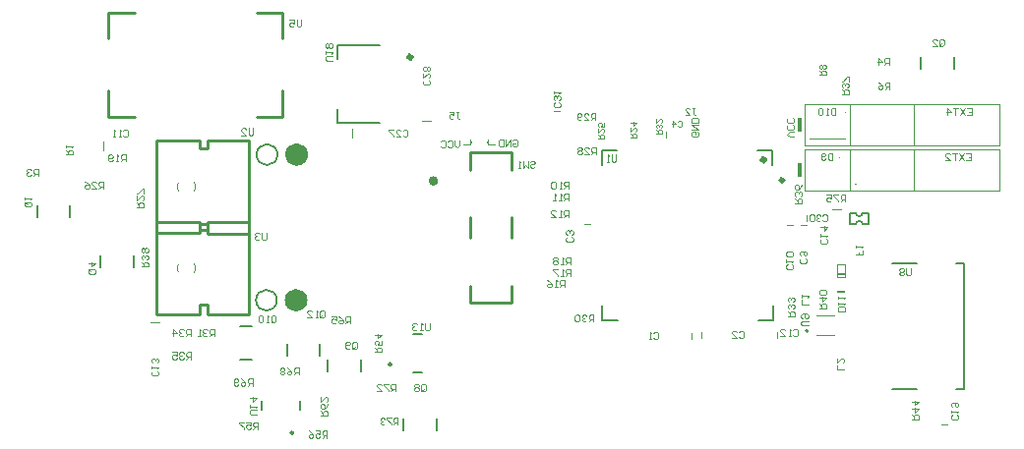
<source format=gbo>
G04*
G04 #@! TF.GenerationSoftware,Altium Limited,Altium Designer,18.0.9 (584)*
G04*
G04 Layer_Color=32896*
%FSLAX44Y44*%
%MOMM*%
G71*
G01*
G75*
%ADD10C,0.1000*%
%ADD11C,0.2000*%
%ADD14C,0.2500*%
%ADD15C,0.4000*%
%ADD16C,0.2540*%
%ADD93C,0.3000*%
%ADD132C,0.1500*%
%ADD133C,0.0000*%
%ADD134R,0.7000X0.2000*%
%ADD135R,0.4128X1.3000*%
G36*
X271000Y136500D02*
X274250Y135500D01*
X276250Y134000D01*
X279000Y131250D01*
Y123750D01*
X274000Y118750D01*
X266750D01*
X262000Y123500D01*
Y131250D01*
X267250Y136500D01*
X271000D01*
D02*
G37*
G36*
X271500Y262000D02*
X274750Y261000D01*
X276750Y259500D01*
X279500Y256750D01*
Y249250D01*
X274500Y244250D01*
X267250D01*
X262500Y249000D01*
Y256750D01*
X267750Y262000D01*
X271500D01*
D02*
G37*
D10*
X169156Y158610D02*
G03*
X169201Y151723I7022J-3398D01*
G01*
X182890Y151235D02*
G03*
X182998Y159000I-6711J3977D01*
G01*
X182890Y221235D02*
G03*
X182998Y229000I-6711J3977D01*
G01*
X169156Y228610D02*
G03*
X169201Y221723I7022J-3398D01*
G01*
X414500Y261750D02*
X420750D01*
Y265750D02*
X421268Y263818D01*
X434982D02*
X435500Y265750D01*
X420750Y261750D02*
Y265750D01*
X435500Y262000D02*
Y265750D01*
Y262000D02*
X441750D01*
X747028Y260720D02*
Y296280D01*
X802418Y260720D02*
Y296280D01*
X876078Y260720D02*
Y296026D01*
X875824Y296280D02*
X876078Y296026D01*
X708438Y296280D02*
X875824D01*
X708438Y260720D02*
X876078D01*
X708438D02*
Y296280D01*
X747028Y221720D02*
Y257280D01*
X802418Y221720D02*
Y257280D01*
X876078Y221720D02*
Y257026D01*
X875824Y257280D02*
X876078Y257026D01*
X708438Y257280D02*
X875824D01*
X708438Y221720D02*
X876078D01*
X708438D02*
Y257280D01*
X610778Y94528D02*
Y99528D01*
X619468Y94808D02*
Y99808D01*
X518550Y193050D02*
X523550D01*
X588500Y268000D02*
Y273000D01*
X704750Y192500D02*
X709750D01*
X693250D02*
X698250D01*
X104258Y256600D02*
Y264100D01*
X684184Y94782D02*
Y99782D01*
X145348Y108340D02*
X152848D01*
X732000Y205750D02*
X739500D01*
X825685Y20500D02*
X830685D01*
X709750Y196000D02*
Y201000D01*
X736250Y158400D02*
X743250D01*
X736250Y147400D02*
X743250D01*
Y158400D01*
X736250Y147400D02*
Y158400D01*
X718116Y97342D02*
X734070D01*
X718068Y114840D02*
X734023D01*
X318888Y268030D02*
Y275530D01*
X379230Y281828D02*
X386730D01*
X492546Y290562D02*
X497546D01*
X457001Y264748D02*
X458001Y265748D01*
X460000D01*
X461000Y264748D01*
Y260750D01*
X460000Y259750D01*
X458001D01*
X457001Y260750D01*
Y262749D01*
X459001D01*
X455002Y259750D02*
Y265748D01*
X451003Y259750D01*
Y265748D01*
X449004D02*
Y259750D01*
X446005D01*
X445005Y260750D01*
Y264748D01*
X446005Y265748D01*
X449004D01*
X411250Y265248D02*
Y261249D01*
X409251Y259250D01*
X407251Y261249D01*
Y265248D01*
X401253Y264248D02*
X402253Y265248D01*
X404252D01*
X405252Y264248D01*
Y260250D01*
X404252Y259250D01*
X402253D01*
X401253Y260250D01*
X395255Y264248D02*
X396255Y265248D01*
X398254D01*
X399254Y264248D01*
Y260250D01*
X398254Y259250D01*
X396255D01*
X395255Y260250D01*
X699164Y268478D02*
X695165D01*
X693166Y270477D01*
X695165Y272477D01*
X699164D01*
X698164Y278475D02*
X699164Y277475D01*
Y275476D01*
X698164Y274476D01*
X694166D01*
X693166Y275476D01*
Y277475D01*
X694166Y278475D01*
X698164Y284473D02*
X699164Y283473D01*
Y281474D01*
X698164Y280474D01*
X694166D01*
X693166Y281474D01*
Y283473D01*
X694166Y284473D01*
X615998Y272499D02*
X616998Y271499D01*
Y269500D01*
X615998Y268500D01*
X612000D01*
X611000Y269500D01*
Y271499D01*
X612000Y272499D01*
X613999D01*
Y270499D01*
X611000Y274498D02*
X616998D01*
X611000Y278497D01*
X616998D01*
Y280496D02*
X611000D01*
Y283495D01*
X612000Y284495D01*
X615998D01*
X616998Y283495D01*
Y280496D01*
X848001Y292748D02*
X852000D01*
Y286750D01*
X848001D01*
X852000Y289749D02*
X850001D01*
X846002Y292748D02*
X842003Y286750D01*
Y292748D02*
X846002Y286750D01*
X840004Y292748D02*
X836005D01*
X838005D01*
Y286750D01*
X831007D02*
Y292748D01*
X834006Y289749D01*
X830007D01*
X847501Y253998D02*
X851500D01*
Y248000D01*
X847501D01*
X851500Y250999D02*
X849501D01*
X845502Y253998D02*
X841503Y248000D01*
Y253998D02*
X845502Y248000D01*
X839504Y253998D02*
X835505D01*
X837505D01*
Y248000D01*
X829507D02*
X833506D01*
X829507Y251999D01*
Y252998D01*
X830507Y253998D01*
X832506D01*
X833506Y252998D01*
X578169Y99232D02*
X579169Y100232D01*
X581168D01*
X582168Y99232D01*
Y95234D01*
X581168Y94234D01*
X579169D01*
X578169Y95234D01*
X576170Y94234D02*
X574171D01*
X575170D01*
Y100232D01*
X576170Y99232D01*
X651829Y99994D02*
X652829Y100994D01*
X654828D01*
X655828Y99994D01*
Y95996D01*
X654828Y94996D01*
X652829D01*
X651829Y95996D01*
X645831Y94996D02*
X649830D01*
X645831Y98995D01*
Y99994D01*
X646831Y100994D01*
X648830D01*
X649830Y99994D01*
X507933Y181748D02*
X508933Y180749D01*
Y178749D01*
X507933Y177750D01*
X503934D01*
X502935Y178749D01*
Y180749D01*
X503934Y181748D01*
X507933Y183748D02*
X508933Y184747D01*
Y186747D01*
X507933Y187746D01*
X506933D01*
X505934Y186747D01*
Y185747D01*
Y186747D01*
X504934Y187746D01*
X503934D01*
X502935Y186747D01*
Y184747D01*
X503934Y183748D01*
X599168Y281165D02*
X600001Y281998D01*
X601667D01*
X602500Y281165D01*
Y277833D01*
X601667Y277000D01*
X600001D01*
X599168Y277833D01*
X595002Y277000D02*
Y281998D01*
X597502Y279499D01*
X594169D01*
X709222Y163670D02*
X710222Y162671D01*
Y160671D01*
X709222Y159672D01*
X705223D01*
X704224Y160671D01*
Y162671D01*
X705223Y163670D01*
Y165670D02*
X704224Y166669D01*
Y168669D01*
X705223Y169668D01*
X709222D01*
X710222Y168669D01*
Y166669D01*
X709222Y165670D01*
X708223D01*
X707223Y166669D01*
Y169668D01*
X697446Y158413D02*
X698446Y157413D01*
Y155414D01*
X697446Y154414D01*
X693448D01*
X692448Y155414D01*
Y157413D01*
X693448Y158413D01*
X692448Y160412D02*
Y162411D01*
Y161412D01*
X698446D01*
X697446Y160412D01*
Y165410D02*
X698446Y166410D01*
Y168409D01*
X697446Y169409D01*
X693448D01*
X692448Y168409D01*
Y166410D01*
X693448Y165410D01*
X697446D01*
X121731Y273222D02*
X122731Y274222D01*
X124730D01*
X125730Y273222D01*
Y269224D01*
X124730Y268224D01*
X122731D01*
X121731Y269224D01*
X119732Y268224D02*
X117733D01*
X118732D01*
Y274222D01*
X119732Y273222D01*
X114734Y268224D02*
X112734D01*
X113734D01*
Y274222D01*
X114734Y273222D01*
X698311Y101518D02*
X699311Y102518D01*
X701310D01*
X702310Y101518D01*
Y97520D01*
X701310Y96520D01*
X699311D01*
X698311Y97520D01*
X696312Y96520D02*
X694313D01*
X695312D01*
Y102518D01*
X696312Y101518D01*
X687315Y96520D02*
X691314D01*
X687315Y100519D01*
Y101518D01*
X688315Y102518D01*
X690314D01*
X691314Y101518D01*
X151302Y66483D02*
X152302Y65483D01*
Y63484D01*
X151302Y62484D01*
X147304D01*
X146304Y63484D01*
Y65483D01*
X147304Y66483D01*
X146304Y68482D02*
Y70481D01*
Y69482D01*
X152302D01*
X151302Y68482D01*
Y73480D02*
X152302Y74480D01*
Y76480D01*
X151302Y77479D01*
X150303D01*
X149303Y76480D01*
Y75480D01*
Y76480D01*
X148303Y77479D01*
X147304D01*
X146304Y76480D01*
Y74480D01*
X147304Y73480D01*
X726934Y180373D02*
X727934Y179373D01*
Y177374D01*
X726934Y176374D01*
X722936D01*
X721936Y177374D01*
Y179373D01*
X722936Y180373D01*
X721936Y182372D02*
Y184371D01*
Y183372D01*
X727934D01*
X726934Y182372D01*
X721936Y190369D02*
X727934D01*
X724935Y187370D01*
Y191369D01*
X839433Y28498D02*
X840433Y27499D01*
Y25499D01*
X839433Y24500D01*
X835434D01*
X834435Y25499D01*
Y27499D01*
X835434Y28498D01*
X834435Y30498D02*
Y32497D01*
Y31497D01*
X840433D01*
X839433Y30498D01*
X835434Y35496D02*
X834435Y36496D01*
Y38495D01*
X835434Y39495D01*
X839433D01*
X840433Y38495D01*
Y36496D01*
X839433Y35496D01*
X838433D01*
X837434Y36496D01*
Y39495D01*
X723835Y200332D02*
X724751Y201248D01*
X726584D01*
X727500Y200332D01*
Y196666D01*
X726584Y195750D01*
X724751D01*
X723835Y196666D01*
X722002Y200332D02*
X721085Y201248D01*
X719253D01*
X718336Y200332D01*
Y199415D01*
X719253Y198499D01*
X720169D01*
X719253D01*
X718336Y197583D01*
Y196666D01*
X719253Y195750D01*
X721085D01*
X722002Y196666D01*
X716504Y200332D02*
X715587Y201248D01*
X713755D01*
X712838Y200332D01*
Y196666D01*
X713755Y195750D01*
X715587D01*
X716504Y196666D01*
Y200332D01*
X742852Y117856D02*
X736854D01*
Y120855D01*
X737854Y121855D01*
X741852D01*
X742852Y120855D01*
Y117856D01*
X736854Y123854D02*
Y125853D01*
Y124854D01*
X742852D01*
X741852Y123854D01*
X736854Y128852D02*
Y130852D01*
Y129852D01*
X742852D01*
X741852Y128852D01*
X758092Y170623D02*
Y166624D01*
X755093D01*
Y168623D01*
Y166624D01*
X752094D01*
Y172622D02*
Y174621D01*
Y173622D01*
X758092D01*
X757092Y172622D01*
X611334Y292998D02*
X613167D01*
X612251D01*
Y288416D01*
X613167Y287500D01*
X614084D01*
X615000Y288416D01*
X605836Y287500D02*
X609502D01*
X605836Y291166D01*
Y292082D01*
X606753Y292998D01*
X608585D01*
X609502Y292082D01*
X711748Y124000D02*
X705750D01*
Y127999D01*
Y129998D02*
Y131997D01*
Y130998D01*
X711748D01*
X710748Y129998D01*
X741978Y67532D02*
X735980D01*
Y71531D01*
Y77529D02*
Y73530D01*
X739979Y77529D01*
X740978D01*
X741978Y76529D01*
Y74530D01*
X740978Y73530D01*
X38184Y211998D02*
X42183D01*
X43183Y210999D01*
Y208999D01*
X42183Y208000D01*
X38184D01*
X37185Y208999D01*
Y210999D01*
X39184Y209999D02*
X37185Y211998D01*
Y210999D02*
X38184Y211998D01*
X37185Y213998D02*
Y215997D01*
Y214997D01*
X43183D01*
X42183Y213998D01*
X824186Y347749D02*
Y351748D01*
X825186Y352748D01*
X827185D01*
X828185Y351748D01*
Y347749D01*
X827185Y346750D01*
X825186D01*
X826185Y348749D02*
X824186Y346750D01*
X825186D02*
X824186Y347749D01*
X818188Y346750D02*
X822187D01*
X818188Y350748D01*
Y351748D01*
X819188Y352748D01*
X821187D01*
X822187Y351748D01*
X92628Y154366D02*
X96627D01*
X97627Y153367D01*
Y151367D01*
X96627Y150368D01*
X92628D01*
X91629Y151367D01*
Y153367D01*
X93628Y152367D02*
X91629Y154366D01*
Y153367D02*
X92628Y154366D01*
X91629Y159365D02*
X97627D01*
X94628Y156366D01*
Y160364D01*
X72435Y253000D02*
X78433D01*
Y255999D01*
X77433Y256998D01*
X75434D01*
X74434Y255999D01*
Y253000D01*
Y254999D02*
X72435Y256998D01*
Y258998D02*
Y260997D01*
Y259997D01*
X78433D01*
X77433Y258998D01*
X48435Y234750D02*
Y240748D01*
X45436D01*
X44436Y239748D01*
Y237749D01*
X45436Y236749D01*
X48435D01*
X46435D02*
X44436Y234750D01*
X42437Y239748D02*
X41437Y240748D01*
X39438D01*
X38438Y239748D01*
Y238748D01*
X39438Y237749D01*
X40437D01*
X39438D01*
X38438Y236749D01*
Y235749D01*
X39438Y234750D01*
X41437D01*
X42437Y235749D01*
X780935Y330250D02*
Y336248D01*
X777936D01*
X776936Y335248D01*
Y333249D01*
X777936Y332249D01*
X780935D01*
X778935D02*
X776936Y330250D01*
X771938D02*
Y336248D01*
X774937Y333249D01*
X770938D01*
X781435Y309500D02*
Y315498D01*
X778436D01*
X777436Y314498D01*
Y312499D01*
X778436Y311499D01*
X781435D01*
X779435D02*
X777436Y309500D01*
X771438Y315498D02*
X773437Y314498D01*
X775437Y312499D01*
Y310499D01*
X774437Y309500D01*
X772438D01*
X771438Y310499D01*
Y311499D01*
X772438Y312499D01*
X775437D01*
X721000Y321500D02*
X726498D01*
Y324249D01*
X725582Y325165D01*
X723749D01*
X722833Y324249D01*
Y321500D01*
Y323333D02*
X721000Y325165D01*
X725582Y326998D02*
X726498Y327915D01*
Y329747D01*
X725582Y330664D01*
X724666D01*
X723749Y329747D01*
X722833Y330664D01*
X721916D01*
X721000Y329747D01*
Y327915D01*
X721916Y326998D01*
X722833D01*
X723749Y327915D01*
X724666Y326998D01*
X725582D01*
X723749Y327915D02*
Y329747D01*
X505154Y223800D02*
Y229798D01*
X502155D01*
X501156Y228798D01*
Y226799D01*
X502155Y225799D01*
X505154D01*
X503155D02*
X501156Y223800D01*
X499156D02*
X497157D01*
X498157D01*
Y229798D01*
X499156Y228798D01*
X494158D02*
X493158Y229798D01*
X491159D01*
X490159Y228798D01*
Y224800D01*
X491159Y223800D01*
X493158D01*
X494158Y224800D01*
Y228798D01*
X504900Y213132D02*
Y219130D01*
X501901D01*
X500902Y218130D01*
Y216131D01*
X501901Y215131D01*
X504900D01*
X502901D02*
X500902Y213132D01*
X498902D02*
X496903D01*
X497903D01*
Y219130D01*
X498902Y218130D01*
X493904Y213132D02*
X491905D01*
X492904D01*
Y219130D01*
X493904Y218130D01*
X504952Y198882D02*
Y204880D01*
X501953D01*
X500953Y203880D01*
Y201881D01*
X501953Y200881D01*
X504952D01*
X502953D02*
X500953Y198882D01*
X498954D02*
X496955D01*
X497954D01*
Y204880D01*
X498954Y203880D01*
X489957Y198882D02*
X493956D01*
X489957Y202881D01*
Y203880D01*
X490956Y204880D01*
X492956D01*
X493956Y203880D01*
X501435Y138750D02*
Y144748D01*
X498436D01*
X497436Y143748D01*
Y141749D01*
X498436Y140749D01*
X501435D01*
X499435D02*
X497436Y138750D01*
X495437D02*
X493437D01*
X494437D01*
Y144748D01*
X495437Y143748D01*
X486440Y144748D02*
X488439Y143748D01*
X490438Y141749D01*
Y139749D01*
X489439Y138750D01*
X487439D01*
X486440Y139749D01*
Y140749D01*
X487439Y141749D01*
X490438D01*
X506576Y148564D02*
Y154562D01*
X503577D01*
X502578Y153562D01*
Y151563D01*
X503577Y150563D01*
X506576D01*
X504577D02*
X502578Y148564D01*
X500578D02*
X498579D01*
X499579D01*
Y154562D01*
X500578Y153562D01*
X495580Y154562D02*
X491581D01*
Y153562D01*
X495580Y149564D01*
Y148564D01*
X506576Y158474D02*
Y164472D01*
X503577D01*
X502578Y163472D01*
Y161473D01*
X503577Y160473D01*
X506576D01*
X504577D02*
X502578Y158474D01*
X500578D02*
X498579D01*
X499579D01*
Y164472D01*
X500578Y163472D01*
X495580D02*
X494580Y164472D01*
X492581D01*
X491581Y163472D01*
Y162473D01*
X492581Y161473D01*
X491581Y160473D01*
Y159474D01*
X492581Y158474D01*
X494580D01*
X495580Y159474D01*
Y160473D01*
X494580Y161473D01*
X495580Y162473D01*
Y163472D01*
X494580Y161473D02*
X492581D01*
X123685Y247000D02*
Y252998D01*
X120686D01*
X119686Y251998D01*
Y249999D01*
X120686Y248999D01*
X123685D01*
X121685D02*
X119686Y247000D01*
X117687D02*
X115687D01*
X116687D01*
Y252998D01*
X117687Y251998D01*
X112688Y247999D02*
X111689Y247000D01*
X109689D01*
X108690Y247999D01*
Y251998D01*
X109689Y252998D01*
X111689D01*
X112688Y251998D01*
Y250998D01*
X111689Y249999D01*
X108690D01*
X558185Y268000D02*
X563183D01*
Y270499D01*
X562350Y271332D01*
X560684D01*
X559851Y270499D01*
Y268000D01*
Y269666D02*
X558185Y271332D01*
Y276330D02*
Y272998D01*
X561517Y276330D01*
X562350D01*
X563183Y275497D01*
Y273831D01*
X562350Y272998D01*
X558185Y280496D02*
X563183D01*
X560684Y277996D01*
Y281329D01*
X530500Y267250D02*
X535498D01*
Y269749D01*
X534665Y270582D01*
X532999D01*
X532166Y269749D01*
Y267250D01*
Y268916D02*
X530500Y270582D01*
Y275581D02*
Y272248D01*
X533832Y275581D01*
X534665D01*
X535498Y274748D01*
Y273081D01*
X534665Y272248D01*
X535498Y280579D02*
Y277247D01*
X532999D01*
X533832Y278913D01*
Y279746D01*
X532999Y280579D01*
X531333D01*
X530500Y279746D01*
Y278080D01*
X531333Y277247D01*
X104685Y223750D02*
Y229748D01*
X101686D01*
X100686Y228748D01*
Y226749D01*
X101686Y225749D01*
X104685D01*
X102685D02*
X100686Y223750D01*
X94688D02*
X98687D01*
X94688Y227748D01*
Y228748D01*
X95688Y229748D01*
X97687D01*
X98687Y228748D01*
X88690Y229748D02*
X90689Y228748D01*
X92689Y226749D01*
Y224749D01*
X91689Y223750D01*
X89690D01*
X88690Y224749D01*
Y225749D01*
X89690Y226749D01*
X92689D01*
X133185Y207500D02*
X139183D01*
Y210499D01*
X138183Y211498D01*
X136184D01*
X135184Y210499D01*
Y207500D01*
Y209499D02*
X133185Y211498D01*
Y217496D02*
Y213498D01*
X137183Y217496D01*
X138183D01*
X139183Y216497D01*
Y214497D01*
X138183Y213498D01*
X139183Y219496D02*
Y223494D01*
X138183D01*
X134184Y219496D01*
X133185D01*
X528500Y253250D02*
Y259248D01*
X525501D01*
X524501Y258248D01*
Y256249D01*
X525501Y255249D01*
X528500D01*
X526501D02*
X524501Y253250D01*
X518503D02*
X522502D01*
X518503Y257249D01*
Y258248D01*
X519503Y259248D01*
X521502D01*
X522502Y258248D01*
X516504D02*
X515504Y259248D01*
X513505D01*
X512505Y258248D01*
Y257249D01*
X513505Y256249D01*
X512505Y255249D01*
Y254250D01*
X513505Y253250D01*
X515504D01*
X516504Y254250D01*
Y255249D01*
X515504Y256249D01*
X516504Y257249D01*
Y258248D01*
X515504Y256249D02*
X513505D01*
X528250Y282500D02*
Y288498D01*
X525251D01*
X524251Y287498D01*
Y285499D01*
X525251Y284499D01*
X528250D01*
X526251D02*
X524251Y282500D01*
X518253D02*
X522252D01*
X518253Y286499D01*
Y287498D01*
X519253Y288498D01*
X521252D01*
X522252Y287498D01*
X516254Y283500D02*
X515254Y282500D01*
X513255D01*
X512255Y283500D01*
Y287498D01*
X513255Y288498D01*
X515254D01*
X516254Y287498D01*
Y286499D01*
X515254Y285499D01*
X512255D01*
X526542Y108966D02*
Y114964D01*
X523543D01*
X522543Y113964D01*
Y111965D01*
X523543Y110965D01*
X526542D01*
X524543D02*
X522543Y108966D01*
X520544Y113964D02*
X519544Y114964D01*
X517545D01*
X516545Y113964D01*
Y112965D01*
X517545Y111965D01*
X518545D01*
X517545D01*
X516545Y110965D01*
Y109966D01*
X517545Y108966D01*
X519544D01*
X520544Y109966D01*
X514546Y113964D02*
X513546Y114964D01*
X511547D01*
X510547Y113964D01*
Y109966D01*
X511547Y108966D01*
X513546D01*
X514546Y109966D01*
Y113964D01*
X200250Y96500D02*
Y102498D01*
X197251D01*
X196251Y101498D01*
Y99499D01*
X197251Y98499D01*
X200250D01*
X198251D02*
X196251Y96500D01*
X194252Y101498D02*
X193252Y102498D01*
X191253D01*
X190253Y101498D01*
Y100499D01*
X191253Y99499D01*
X192253D01*
X191253D01*
X190253Y98499D01*
Y97500D01*
X191253Y96500D01*
X193252D01*
X194252Y97500D01*
X188254Y96500D02*
X186255D01*
X187254D01*
Y102498D01*
X188254Y101498D01*
X580500Y270750D02*
X585498D01*
Y273249D01*
X584665Y274082D01*
X582999D01*
X582166Y273249D01*
Y270750D01*
Y272416D02*
X580500Y274082D01*
X584665Y275748D02*
X585498Y276581D01*
Y278248D01*
X584665Y279081D01*
X583832D01*
X582999Y278248D01*
Y277414D01*
Y278248D01*
X582166Y279081D01*
X581333D01*
X580500Y278248D01*
Y276581D01*
X581333Y275748D01*
X580500Y284079D02*
Y280747D01*
X583832Y284079D01*
X584665D01*
X585498Y283246D01*
Y281580D01*
X584665Y280747D01*
X693500Y114000D02*
X699498D01*
Y116999D01*
X698498Y117999D01*
X696499D01*
X695499Y116999D01*
Y114000D01*
Y115999D02*
X693500Y117999D01*
X698498Y119998D02*
X699498Y120998D01*
Y122997D01*
X698498Y123997D01*
X697499D01*
X696499Y122997D01*
Y121997D01*
Y122997D01*
X695499Y123997D01*
X694500D01*
X693500Y122997D01*
Y120998D01*
X694500Y119998D01*
X698498Y125996D02*
X699498Y126996D01*
Y128995D01*
X698498Y129995D01*
X697499D01*
X696499Y128995D01*
Y127996D01*
Y128995D01*
X695499Y129995D01*
X694500D01*
X693500Y128995D01*
Y126996D01*
X694500Y125996D01*
X179750Y96500D02*
Y102498D01*
X176751D01*
X175751Y101498D01*
Y99499D01*
X176751Y98499D01*
X179750D01*
X177751D02*
X175751Y96500D01*
X173752Y101498D02*
X172752Y102498D01*
X170753D01*
X169753Y101498D01*
Y100499D01*
X170753Y99499D01*
X171752D01*
X170753D01*
X169753Y98499D01*
Y97500D01*
X170753Y96500D01*
X172752D01*
X173752Y97500D01*
X164755Y96500D02*
Y102498D01*
X167754Y99499D01*
X163755D01*
X180000Y76750D02*
Y82748D01*
X177001D01*
X176001Y81748D01*
Y79749D01*
X177001Y78749D01*
X180000D01*
X178001D02*
X176001Y76750D01*
X174002Y81748D02*
X173002Y82748D01*
X171003D01*
X170003Y81748D01*
Y80749D01*
X171003Y79749D01*
X172003D01*
X171003D01*
X170003Y78749D01*
Y77750D01*
X171003Y76750D01*
X173002D01*
X174002Y77750D01*
X164005Y82748D02*
X168004D01*
Y79749D01*
X166005Y80749D01*
X165005D01*
X164005Y79749D01*
Y77750D01*
X165005Y76750D01*
X167004D01*
X168004Y77750D01*
X700000Y211000D02*
X705998D01*
Y213999D01*
X704998Y214999D01*
X702999D01*
X701999Y213999D01*
Y211000D01*
Y212999D02*
X700000Y214999D01*
X704998Y216998D02*
X705998Y217998D01*
Y219997D01*
X704998Y220997D01*
X703999D01*
X702999Y219997D01*
Y218997D01*
Y219997D01*
X701999Y220997D01*
X701000D01*
X700000Y219997D01*
Y217998D01*
X701000Y216998D01*
X705998Y226995D02*
X704998Y224995D01*
X702999Y222996D01*
X701000D01*
X700000Y223996D01*
Y225995D01*
X701000Y226995D01*
X701999D01*
X702999Y225995D01*
Y222996D01*
X740500Y305250D02*
X745998D01*
Y307999D01*
X745082Y308916D01*
X743249D01*
X742333Y307999D01*
Y305250D01*
Y307083D02*
X740500Y308916D01*
X745082Y310748D02*
X745998Y311665D01*
Y313497D01*
X745082Y314414D01*
X744165D01*
X743249Y313497D01*
Y312581D01*
Y313497D01*
X742333Y314414D01*
X741416D01*
X740500Y313497D01*
Y311665D01*
X741416Y310748D01*
X745998Y316246D02*
Y319912D01*
X745082D01*
X741416Y316246D01*
X740500D01*
X137185Y156500D02*
X143183D01*
Y159499D01*
X142183Y160498D01*
X140184D01*
X139184Y159499D01*
Y156500D01*
Y158499D02*
X137185Y160498D01*
X142183Y162498D02*
X143183Y163497D01*
Y165497D01*
X142183Y166496D01*
X141183D01*
X140184Y165497D01*
Y164497D01*
Y165497D01*
X139184Y166496D01*
X138184D01*
X137185Y165497D01*
Y163497D01*
X138184Y162498D01*
X142183Y168496D02*
X143183Y169496D01*
Y171495D01*
X142183Y172495D01*
X141183D01*
X140184Y171495D01*
X139184Y172495D01*
X138184D01*
X137185Y171495D01*
Y169496D01*
X138184Y168496D01*
X139184D01*
X140184Y169496D01*
X141183Y168496D01*
X142183D01*
X140184Y169496D02*
Y171495D01*
X720852Y120396D02*
X726850D01*
Y123395D01*
X725850Y124395D01*
X723851D01*
X722851Y123395D01*
Y120396D01*
Y122395D02*
X720852Y124395D01*
Y129393D02*
X726850D01*
X723851Y126394D01*
Y130393D01*
X725850Y132392D02*
X726850Y133392D01*
Y135391D01*
X725850Y136391D01*
X721852D01*
X720852Y135391D01*
Y133392D01*
X721852Y132392D01*
X725850D01*
X800500Y25000D02*
X806498D01*
Y27999D01*
X805498Y28999D01*
X803499D01*
X802499Y27999D01*
Y25000D01*
Y26999D02*
X800500Y28999D01*
Y33997D02*
X806498D01*
X803499Y30998D01*
Y34997D01*
X800500Y39995D02*
X806498D01*
X803499Y36996D01*
Y40995D01*
X546100Y252886D02*
Y247888D01*
X545100Y246888D01*
X543101D01*
X542101Y247888D01*
Y252886D01*
X540102Y246888D02*
X538103D01*
X539102D01*
Y252886D01*
X540102Y251886D01*
X233500Y275748D02*
Y270750D01*
X232500Y269750D01*
X230501D01*
X229501Y270750D01*
Y275748D01*
X223503Y269750D02*
X227502D01*
X223503Y273749D01*
Y274748D01*
X224503Y275748D01*
X226502D01*
X227502Y274748D01*
X245058Y185602D02*
Y180604D01*
X244059Y179604D01*
X242059D01*
X241060Y180604D01*
Y185602D01*
X239060Y184602D02*
X238061Y185602D01*
X236061D01*
X235062Y184602D01*
Y183603D01*
X236061Y182603D01*
X237061D01*
X236061D01*
X235062Y181603D01*
Y180604D01*
X236061Y179604D01*
X238061D01*
X239060Y180604D01*
X275017Y368964D02*
Y363965D01*
X274017Y362966D01*
X272018D01*
X271018Y363965D01*
Y368964D01*
X265020D02*
X269019D01*
Y365965D01*
X267019Y366964D01*
X266020D01*
X265020Y365965D01*
Y363965D01*
X266020Y362966D01*
X268019D01*
X269019Y363965D01*
X799846Y155096D02*
Y150098D01*
X798846Y149098D01*
X796847D01*
X795847Y150098D01*
Y155096D01*
X793848Y154096D02*
X792848Y155096D01*
X790849D01*
X789849Y154096D01*
Y153097D01*
X790849Y152097D01*
X789849Y151097D01*
Y150098D01*
X790849Y149098D01*
X792848D01*
X793848Y150098D01*
Y151097D01*
X792848Y152097D01*
X793848Y153097D01*
Y154096D01*
X792848Y152097D02*
X790849D01*
X711248Y105750D02*
X706250D01*
X705250Y106750D01*
Y108749D01*
X706250Y109749D01*
X711248D01*
X706250Y111748D02*
X705250Y112748D01*
Y114747D01*
X706250Y115747D01*
X710248D01*
X711248Y114747D01*
Y112748D01*
X710248Y111748D01*
X709249D01*
X708249Y112748D01*
Y115747D01*
X471936Y246748D02*
X472936Y247748D01*
X474935D01*
X475935Y246748D01*
Y245748D01*
X474935Y244749D01*
X472936D01*
X471936Y243749D01*
Y242749D01*
X472936Y241750D01*
X474935D01*
X475935Y242749D01*
X469937Y247748D02*
Y241750D01*
X467937Y243749D01*
X465938Y241750D01*
Y247748D01*
X463939Y241750D02*
X461939D01*
X462939D01*
Y247748D01*
X463939Y246748D01*
X301654Y334010D02*
X296656D01*
X295656Y335010D01*
Y337009D01*
X296656Y338009D01*
X301654D01*
X295656Y340008D02*
Y342007D01*
Y341008D01*
X301654D01*
X300654Y340008D01*
Y345006D02*
X301654Y346006D01*
Y348005D01*
X300654Y349005D01*
X299655D01*
X298655Y348005D01*
X297655Y349005D01*
X296656D01*
X295656Y348005D01*
Y346006D01*
X296656Y345006D01*
X297655D01*
X298655Y346006D01*
X299655Y345006D01*
X300654D01*
X298655Y346006D02*
Y348005D01*
X236433Y29000D02*
X231434D01*
X230435Y29999D01*
Y31999D01*
X231434Y32998D01*
X236433D01*
X230435Y34998D02*
Y36997D01*
Y35997D01*
X236433D01*
X235433Y34998D01*
X230435Y42995D02*
X236433D01*
X233434Y39996D01*
Y43995D01*
X385435Y107748D02*
Y102749D01*
X384435Y101750D01*
X382436D01*
X381436Y102749D01*
Y107748D01*
X379437Y101750D02*
X377437D01*
X378437D01*
Y107748D01*
X379437Y106748D01*
X374438D02*
X373439Y107748D01*
X371439D01*
X370440Y106748D01*
Y105748D01*
X371439Y104749D01*
X372439D01*
X371439D01*
X370440Y103749D01*
Y102749D01*
X371439Y101750D01*
X373439D01*
X374438Y102749D01*
X743204Y212344D02*
Y218342D01*
X740205D01*
X739205Y217342D01*
Y215343D01*
X740205Y214343D01*
X743204D01*
X741205D02*
X739205Y212344D01*
X737206Y218342D02*
X733207D01*
Y217342D01*
X737206Y213344D01*
Y212344D01*
X727209Y218342D02*
X731208D01*
Y215343D01*
X729209Y216343D01*
X728209D01*
X727209Y215343D01*
Y213344D01*
X728209Y212344D01*
X730208D01*
X731208Y213344D01*
X357935Y20500D02*
Y25998D01*
X355186D01*
X354269Y25082D01*
Y23249D01*
X355186Y22332D01*
X357935D01*
X356102D02*
X354269Y20500D01*
X352436Y25998D02*
X348771D01*
Y25082D01*
X352436Y21416D01*
Y20500D01*
X346938Y25082D02*
X346022Y25998D01*
X344189D01*
X343273Y25082D01*
Y24165D01*
X344189Y23249D01*
X345106D01*
X344189D01*
X343273Y22332D01*
Y21416D01*
X344189Y20500D01*
X346022D01*
X346938Y21416D01*
X355935Y49250D02*
Y55248D01*
X352936D01*
X351936Y54248D01*
Y52249D01*
X352936Y51249D01*
X355935D01*
X353935D02*
X351936Y49250D01*
X349937Y55248D02*
X345938D01*
Y54248D01*
X349937Y50249D01*
Y49250D01*
X339940D02*
X343939D01*
X339940Y53248D01*
Y54248D01*
X340940Y55248D01*
X342939D01*
X343939Y54248D01*
X232866Y53874D02*
Y59872D01*
X229867D01*
X228868Y58872D01*
Y56873D01*
X229867Y55873D01*
X232866D01*
X230867D02*
X228868Y53874D01*
X222870Y59872D02*
X224869Y58872D01*
X226868Y56873D01*
Y54874D01*
X225869Y53874D01*
X223869D01*
X222870Y54874D01*
Y55873D01*
X223869Y56873D01*
X226868D01*
X220870Y54874D02*
X219871Y53874D01*
X217871D01*
X216872Y54874D01*
Y58872D01*
X217871Y59872D01*
X219871D01*
X220870Y58872D01*
Y57873D01*
X219871Y56873D01*
X216872D01*
X272685Y63250D02*
Y69248D01*
X269686D01*
X268686Y68248D01*
Y66249D01*
X269686Y65249D01*
X272685D01*
X270685D02*
X268686Y63250D01*
X262688Y69248D02*
X264687Y68248D01*
X266687Y66249D01*
Y64249D01*
X265687Y63250D01*
X263688D01*
X262688Y64249D01*
Y65249D01*
X263688Y66249D01*
X266687D01*
X260689Y68248D02*
X259689Y69248D01*
X257690D01*
X256690Y68248D01*
Y67248D01*
X257690Y66249D01*
X256690Y65249D01*
Y64249D01*
X257690Y63250D01*
X259689D01*
X260689Y64249D01*
Y65249D01*
X259689Y66249D01*
X260689Y67248D01*
Y68248D01*
X259689Y66249D02*
X257690D01*
X317000Y107500D02*
Y113498D01*
X314001D01*
X313001Y112498D01*
Y110499D01*
X314001Y109499D01*
X317000D01*
X315001D02*
X313001Y107500D01*
X307003Y113498D02*
X309003Y112498D01*
X311002Y110499D01*
Y108500D01*
X310002Y107500D01*
X308003D01*
X307003Y108500D01*
Y109499D01*
X308003Y110499D01*
X311002D01*
X301005Y113498D02*
X305004D01*
Y110499D01*
X303004Y111499D01*
X302005D01*
X301005Y110499D01*
Y108500D01*
X302005Y107500D01*
X304004D01*
X305004Y108500D01*
X291750Y28000D02*
X297748D01*
Y30999D01*
X296748Y31999D01*
X294749D01*
X293749Y30999D01*
Y28000D01*
Y29999D02*
X291750Y31999D01*
X297748Y37997D02*
X296748Y35997D01*
X294749Y33998D01*
X292750D01*
X291750Y34998D01*
Y36997D01*
X292750Y37997D01*
X293749D01*
X294749Y36997D01*
Y33998D01*
X291750Y43995D02*
Y39996D01*
X295749Y43995D01*
X296748D01*
X297748Y42995D01*
Y40996D01*
X296748Y39996D01*
X237685Y16500D02*
Y22498D01*
X234686D01*
X233686Y21498D01*
Y19499D01*
X234686Y18499D01*
X237685D01*
X235685D02*
X233686Y16500D01*
X227688Y22498D02*
X231687D01*
Y19499D01*
X229687Y20498D01*
X228688D01*
X227688Y19499D01*
Y17499D01*
X228688Y16500D01*
X230687D01*
X231687Y17499D01*
X225689Y22498D02*
X221690D01*
Y21498D01*
X225689Y17499D01*
Y16500D01*
X297185Y9000D02*
Y14998D01*
X294186D01*
X293186Y13998D01*
Y11999D01*
X294186Y10999D01*
X297185D01*
X295185D02*
X293186Y9000D01*
X287188Y14998D02*
X291187D01*
Y11999D01*
X289187Y12998D01*
X288188D01*
X287188Y11999D01*
Y9999D01*
X288188Y9000D01*
X290187D01*
X291187Y9999D01*
X281190Y14998D02*
X283189Y13998D01*
X285189Y11999D01*
Y9999D01*
X284189Y9000D01*
X282190D01*
X281190Y9999D01*
Y10999D01*
X282190Y11999D01*
X285189D01*
X338000Y82750D02*
X343998D01*
Y85749D01*
X342998Y86749D01*
X340999D01*
X339999Y85749D01*
Y82750D01*
Y84749D02*
X338000Y86749D01*
X343998Y92747D02*
Y88748D01*
X340999D01*
X341999Y90747D01*
Y91747D01*
X340999Y92747D01*
X339000D01*
X338000Y91747D01*
Y89748D01*
X339000Y88748D01*
X338000Y97745D02*
X343998D01*
X340999Y94746D01*
Y98745D01*
X291251Y114000D02*
Y117998D01*
X292251Y118998D01*
X294250D01*
X295250Y117998D01*
Y114000D01*
X294250Y113000D01*
X292251D01*
X293251Y114999D02*
X291251Y113000D01*
X292251D02*
X291251Y114000D01*
X289252Y113000D02*
X287253D01*
X288252D01*
Y118998D01*
X289252Y117998D01*
X280255Y113000D02*
X284254D01*
X280255Y116999D01*
Y117998D01*
X281255Y118998D01*
X283254D01*
X284254Y117998D01*
X249001Y109500D02*
Y113498D01*
X250001Y114498D01*
X252000D01*
X253000Y113498D01*
Y109500D01*
X252000Y108500D01*
X250001D01*
X251001Y110499D02*
X249001Y108500D01*
X250001D02*
X249001Y109500D01*
X247002Y108500D02*
X245003D01*
X246002D01*
Y114498D01*
X247002Y113498D01*
X242004D02*
X241004Y114498D01*
X239005D01*
X238005Y113498D01*
Y109500D01*
X239005Y108500D01*
X241004D01*
X242004Y109500D01*
Y113498D01*
X319186Y86749D02*
Y90748D01*
X320186Y91748D01*
X322185D01*
X323185Y90748D01*
Y86749D01*
X322185Y85750D01*
X320186D01*
X321185Y87749D02*
X319186Y85750D01*
X320186D02*
X319186Y86749D01*
X317187D02*
X316187Y85750D01*
X314188D01*
X313188Y86749D01*
Y90748D01*
X314188Y91748D01*
X316187D01*
X317187Y90748D01*
Y89748D01*
X316187Y88749D01*
X313188D01*
X378186Y50249D02*
Y54248D01*
X379186Y55248D01*
X381185D01*
X382185Y54248D01*
Y50249D01*
X381185Y49250D01*
X379186D01*
X380185Y51249D02*
X378186Y49250D01*
X379186D02*
X378186Y50249D01*
X376187Y54248D02*
X375187Y55248D01*
X373188D01*
X372188Y54248D01*
Y53248D01*
X373188Y52249D01*
X372188Y51249D01*
Y50249D01*
X373188Y49250D01*
X375187D01*
X376187Y50249D01*
Y51249D01*
X375187Y52249D01*
X376187Y53248D01*
Y54248D01*
X375187Y52249D02*
X373188D01*
X734750Y293248D02*
Y287250D01*
X731751D01*
X730751Y288250D01*
Y292248D01*
X731751Y293248D01*
X734750D01*
X728752Y287250D02*
X726753D01*
X727752D01*
Y293248D01*
X728752Y292248D01*
X723754D02*
X722754Y293248D01*
X720754D01*
X719755Y292248D01*
Y288250D01*
X720754Y287250D01*
X722754D01*
X723754Y288250D01*
Y292248D01*
X732250Y254498D02*
Y248500D01*
X729251D01*
X728251Y249500D01*
Y253498D01*
X729251Y254498D01*
X732250D01*
X726252Y249500D02*
X725252Y248500D01*
X723253D01*
X722253Y249500D01*
Y253498D01*
X723253Y254498D01*
X725252D01*
X726252Y253498D01*
Y252499D01*
X725252Y251499D01*
X722253D01*
X384933Y316998D02*
X385933Y315999D01*
Y313999D01*
X384933Y313000D01*
X380934D01*
X379935Y313999D01*
Y315999D01*
X380934Y316998D01*
X379935Y322996D02*
Y318998D01*
X383933Y322996D01*
X384933D01*
X385933Y321997D01*
Y319997D01*
X384933Y318998D01*
Y324996D02*
X385933Y325995D01*
Y327995D01*
X384933Y328994D01*
X383933D01*
X382934Y327995D01*
X381934Y328994D01*
X380934D01*
X379935Y327995D01*
Y325995D01*
X380934Y324996D01*
X381934D01*
X382934Y325995D01*
X383933Y324996D01*
X384933D01*
X382934Y325995D02*
Y327995D01*
X362523Y273222D02*
X363523Y274222D01*
X365522D01*
X366522Y273222D01*
Y269224D01*
X365522Y268224D01*
X363523D01*
X362523Y269224D01*
X356525Y268224D02*
X360524D01*
X356525Y272223D01*
Y273222D01*
X357525Y274222D01*
X359524D01*
X360524Y273222D01*
X354526Y274222D02*
X350527D01*
Y273222D01*
X354526Y269224D01*
Y268224D01*
X408251Y289998D02*
X410251D01*
X409251D01*
Y285000D01*
X410251Y284000D01*
X411250D01*
X412250Y285000D01*
X402253Y289998D02*
X406252D01*
Y286999D01*
X404253Y287999D01*
X403253D01*
X402253Y286999D01*
Y285000D01*
X403253Y284000D01*
X405252D01*
X406252Y285000D01*
X496998Y297749D02*
X497998Y296749D01*
Y294750D01*
X496998Y293750D01*
X493000D01*
X492000Y294750D01*
Y296749D01*
X493000Y297749D01*
X496998Y299748D02*
X497998Y300748D01*
Y302747D01*
X496998Y303747D01*
X495999D01*
X494999Y302747D01*
Y301747D01*
Y302747D01*
X493999Y303747D01*
X493000D01*
X492000Y302747D01*
Y300748D01*
X493000Y299748D01*
X492000Y305746D02*
Y307745D01*
Y306746D01*
X497998D01*
X496998Y305746D01*
D11*
X758142Y192866D02*
G03*
X755142Y195866I-3000J0D01*
G01*
D02*
G03*
X752142Y192866I0J-3000D01*
G01*
X755042Y199866D02*
G03*
X758042Y202866I-0J3000D01*
G01*
X752142D02*
G03*
X755142Y199866I3000J0D01*
G01*
X711070Y101092D02*
G03*
X711070Y101092I-1000J0D01*
G01*
X747142Y192966D02*
Y202666D01*
Y202866D02*
X752142D01*
X758042D02*
X763042D01*
X763142Y192966D02*
Y202666D01*
X758142Y192866D02*
X763142D01*
X747142D02*
X752142D01*
X76174Y199424D02*
Y209674D01*
X47674Y199424D02*
Y209674D01*
X808550Y326800D02*
Y337050D01*
X837050Y326800D02*
Y337050D01*
X102301Y155550D02*
Y165800D01*
X130800Y155550D02*
Y165800D01*
X680960Y109808D02*
Y123005D01*
X668261Y109808D02*
X680960D01*
X534211Y110058D02*
Y122757D01*
Y110058D02*
X547408D01*
X534211Y256808D02*
X546910D01*
X534211Y243611D02*
Y256808D01*
X680710Y243859D02*
Y256558D01*
X667513D02*
X680710D01*
X845449Y51322D02*
Y159572D01*
X783448Y51322D02*
X804949D01*
X783198Y159572D02*
X804698D01*
X838448Y51322D02*
X845449D01*
X838448Y159572D02*
X845449D01*
X371402Y65564D02*
X378902D01*
X371402Y98064D02*
X378902D01*
X241050Y33300D02*
Y40800D01*
X273550Y33300D02*
Y40800D01*
X306050Y280550D02*
Y292550D01*
Y335550D02*
Y347550D01*
Y280550D02*
X342800D01*
X306050Y347550D02*
X342800D01*
X391300Y15550D02*
Y25800D01*
X362800Y15550D02*
Y25800D01*
X297800Y65800D02*
Y76050D01*
X326300Y65800D02*
Y76050D01*
X222050Y76300D02*
X232300D01*
X222050Y104800D02*
X232300D01*
X291058Y79558D02*
Y89808D01*
X262558Y79558D02*
Y89808D01*
D14*
X352402Y72314D02*
G03*
X352402Y72314I-1000J0D01*
G01*
X267801Y13300D02*
G03*
X267801Y13300I-1000J0D01*
G01*
D15*
X674210Y248558D02*
G03*
X674210Y248558I-1500J0D01*
G01*
X370050Y337050D02*
G03*
X370050Y337050I-1500J0D01*
G01*
X390860Y230302D02*
G03*
X390860Y230302I-2061J0D01*
G01*
D16*
X187638Y187962D02*
X193988D01*
X187638Y123462D02*
X193988D01*
X150428Y115212D02*
Y195212D01*
X229928Y114962D02*
Y195212D01*
X187638Y187962D02*
Y195212D01*
X150428D02*
X187638D01*
X150428Y115212D02*
X187638D01*
Y123462D01*
X193988Y195212D02*
X229928D01*
X193988Y187962D02*
Y195212D01*
Y114962D02*
Y123462D01*
Y114962D02*
X229928D01*
X193988Y184962D02*
X229928D01*
X193988D02*
Y193462D01*
Y257962D02*
Y265212D01*
X229928D01*
X187638Y185212D02*
Y193462D01*
X150428Y185212D02*
X187638D01*
X150428Y265212D02*
X187638D01*
Y257962D02*
Y265212D01*
X229928Y184962D02*
Y265212D01*
X150428Y185212D02*
Y265212D01*
X187638Y193462D02*
X193988D01*
X187638Y257962D02*
X193988D01*
X259051Y352800D02*
Y375551D01*
X236300D02*
X259051D01*
X109050Y352800D02*
Y375551D01*
X131801D01*
X109050Y285551D02*
X131801D01*
X109050D02*
Y308302D01*
X259051Y285551D02*
Y308302D01*
X236300Y285551D02*
X259051D01*
X456048Y125052D02*
Y139552D01*
X420048Y125052D02*
Y139552D01*
X456048Y240052D02*
Y255052D01*
X420048Y240052D02*
Y255052D01*
X456048D01*
X420048Y125052D02*
X456048D01*
Y181302D02*
Y199302D01*
X420048Y181302D02*
Y199302D01*
D93*
X690210Y231058D02*
G03*
X690210Y231058I-1500J0D01*
G01*
D132*
X254000Y127500D02*
G03*
X254000Y127500I-9000J0D01*
G01*
X279500D02*
G03*
X279500Y127500I-9000J0D01*
G01*
X280000Y253000D02*
G03*
X280000Y253000I-9000J0D01*
G01*
X254500D02*
G03*
X254500Y253000I-9000J0D01*
G01*
D133*
X712724Y267120D02*
X743204D01*
Y290068D02*
X743250Y290000D01*
X751500Y227750D02*
X752000D01*
X738000Y250980D02*
X738250D01*
D134*
X739750Y134902D02*
D03*
X739745Y149900D02*
D03*
D135*
X703802Y278500D02*
D03*
X704310Y239500D02*
D03*
M02*

</source>
